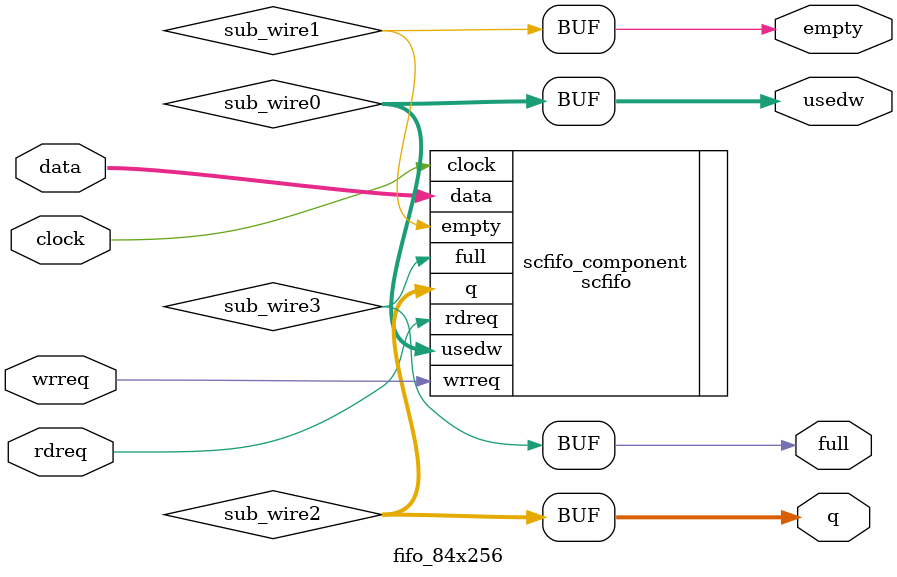
<source format=v>
module fifo_84x256 (
	clock,
	data,
	rdreq,
	wrreq,
	empty,
	full,
	q,
	usedw);
	input	  clock;
	input	[83:0]  data;
	input	  rdreq;
	input	  wrreq;
	output	  empty;
	output	  full;
	output	[83:0]  q;
	output	[7:0]  usedw;
	wire [7:0] sub_wire0;
	wire  sub_wire1;
	wire [83:0] sub_wire2;
	wire  sub_wire3;
	wire [7:0] usedw = sub_wire0[7:0];
	wire  empty = sub_wire1;
	wire [83:0] q = sub_wire2[83:0];
	wire  full = sub_wire3;
	scfifo	scfifo_component (
				.rdreq (rdreq),
				.clock (clock),
				.wrreq (wrreq),
				.data (data),
				.usedw (sub_wire0),
				.empty (sub_wire1),
				.q (sub_wire2),
				.full (sub_wire3)
				// synopsys translate_off
				,
				.aclr (),
				.almost_empty (),
				.almost_full (),
				.sclr ()
				// synopsys translate_on
				);
	defparam
		scfifo_component.add_ram_output_register = "OFF",
		scfifo_component.intended_device_family = "Cyclone III",
		scfifo_component.lpm_hint = "RAM_BLOCK_TYPE=M9K",
		scfifo_component.lpm_numwords = 256,
		scfifo_component.lpm_showahead = "OFF",
		scfifo_component.lpm_type = "scfifo",
		scfifo_component.lpm_width = 84,
		scfifo_component.lpm_widthu = 8,
		scfifo_component.overflow_checking = "OFF",
		scfifo_component.underflow_checking = "OFF",
		scfifo_component.use_eab = "ON";
endmodule
</source>
